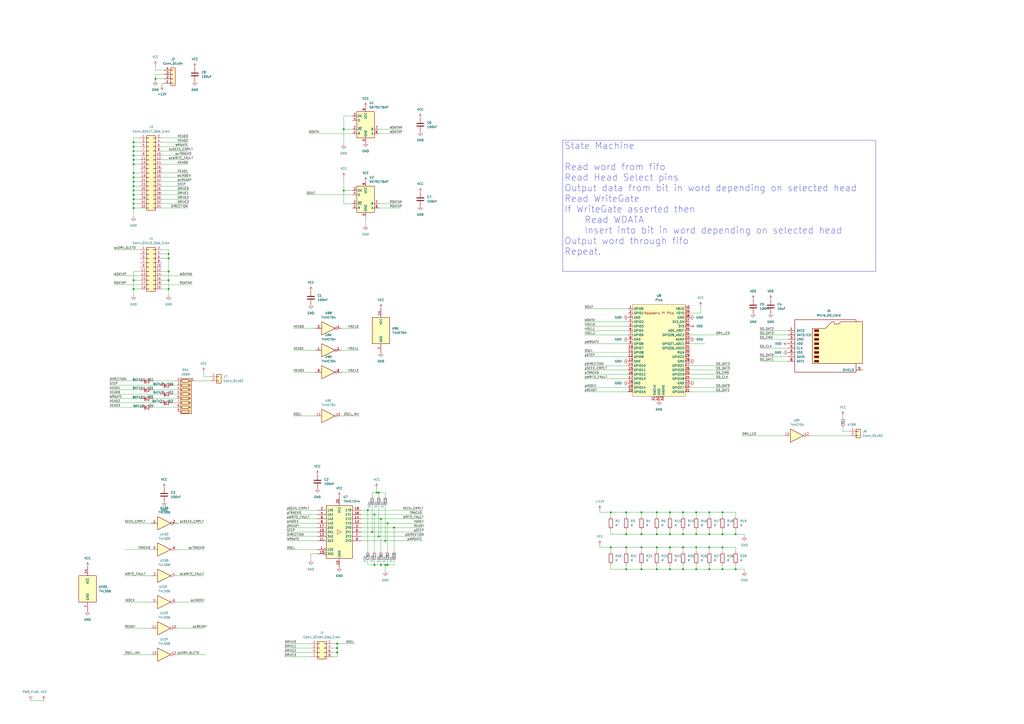
<source format=kicad_sch>
(kicad_sch (version 20250114) (generator "eeschema") (generator_version "9.0")
  (paper "A2")
  (text_box "State Machine\n\nRead word from fifo\nRead Head Select pins\nOutput data from bit in word depending on selected head\nRead WriteGate\nIf WriteGate asserted then\n    Read WDATA\n    Insert into bit in word depending on selected head\nOutput word through fifo\nRepeat." (at 326.39 81.28 0) (size 181.61 76.2) (margins 0.9525 0.9525 0.9525 0.9525) (effects (font (size 3.81 3.81)) (justify left top)))
  (junction (at 363.22 309.88))
  (junction (at 215.9 308.61))
  (junction (at 411.48 309.88))
  (junction (at 411.48 297.18))
  (junction (at 97.79 162.56))
  (junction (at 354.33 297.18))
  (junction (at 77.47 162.56))
  (junction (at 213.36 295.91))
  (junction (at 77.47 87.63))
  (junction (at 195.58 373.38))
  (junction (at 388.62 317.5))
  (junction (at 77.47 85.09))
  (junction (at 77.47 110.49))
  (junction (at 77.47 120.65))
  (junction (at 381 309.88))
  (junction (at 396.24 309.88))
  (junction (at 403.86 317.5))
  (junction (at 219.71 285.75))
  (junction (at 228.6 306.07))
  (junction (at 419.1 330.2))
  (junction (at 224.79 303.53))
  (junction (at 388.62 309.88))
  (junction (at 396.24 317.5))
  (junction (at 97.79 149.86))
  (junction (at 77.47 105.41))
  (junction (at 381 297.18))
  (junction (at 220.98 327.66))
  (junction (at 426.72 309.88))
  (junction (at 419.1 309.88))
  (junction (at 354.33 317.5))
  (junction (at 403.86 330.2))
  (junction (at 77.47 95.25))
  (junction (at 419.1 317.5))
  (junction (at 195.58 378.46))
  (junction (at 223.52 327.66))
  (junction (at 220.98 300.99))
  (junction (at 77.47 167.64))
  (junction (at 77.47 113.03))
  (junction (at 426.72 330.2))
  (junction (at 363.22 317.5))
  (junction (at 77.47 118.11))
  (junction (at 97.79 157.48))
  (junction (at 97.79 167.64))
  (junction (at 381 317.5))
  (junction (at 411.48 317.5))
  (junction (at 217.17 298.45))
  (junction (at 396.24 297.18))
  (junction (at 396.24 330.2))
  (junction (at 199.39 74.93))
  (junction (at 388.62 297.18))
  (junction (at 77.47 107.95))
  (junction (at 223.52 313.69))
  (junction (at 77.47 92.71))
  (junction (at 372.11 317.5))
  (junction (at 372.11 297.18))
  (junction (at 90.17 45.72))
  (junction (at 219.71 311.15))
  (junction (at 403.86 297.18))
  (junction (at 97.79 147.32))
  (junction (at 199.39 110.49))
  (junction (at 403.86 309.88))
  (junction (at 388.62 330.2))
  (junction (at 419.1 297.18))
  (junction (at 363.22 297.18))
  (junction (at 372.11 330.2))
  (junction (at 77.47 82.55))
  (junction (at 411.48 330.2))
  (junction (at 77.47 90.17))
  (junction (at 363.22 330.2))
  (junction (at 217.17 327.66))
  (junction (at 77.47 115.57))
  (junction (at 77.47 102.87))
  (junction (at 224.79 327.66))
  (junction (at 77.47 100.33))
  (junction (at 381 330.2))
  (junction (at 195.58 375.92))
  (junction (at 218.44 285.75))
  (junction (at 372.11 309.88))
  (wire (pts (xy 63.5 220.98) (xy 81.28 220.98)))
  (wire (pts (xy 440.69 207.01) (xy 457.2 207.01)))
  (wire (pts (xy 77.47 110.49) (xy 81.28 110.49)))
  (wire (pts (xy 166.37 295.91) (xy 184.15 295.91)))
  (wire (pts (xy 77.47 115.57) (xy 81.28 115.57)))
  (wire (pts (xy 363.22 297.18) (xy 372.11 297.18)))
  (wire (pts (xy 90.17 45.72) (xy 90.17 46.99)))
  (wire (pts (xy 363.22 327.66) (xy 363.22 330.2)))
  (wire (pts (xy 223.52 327.66) (xy 223.52 331.47)))
  (wire (pts (xy 63.5 236.22) (xy 81.28 236.22)))
  (wire (pts (xy 95.25 40.64) (xy 90.17 40.64)))
  (wire (pts (xy 198.12 215.9) (xy 208.28 215.9)))
  (wire (pts (xy 228.6 306.07) (xy 245.11 306.07)))
  (wire (pts (xy 209.55 308.61) (xy 215.9 308.61)))
  (wire (pts (xy 217.17 298.45) (xy 245.11 298.45)))
  (wire (pts (xy 72.39 303.53) (xy 87.63 303.53)))
  (wire (pts (xy 354.33 327.66) (xy 354.33 330.2)))
  (wire (pts (xy 219.71 74.93) (xy 232.41 74.93)))
  (wire (pts (xy 118.11 218.44) (xy 118.11 215.9)))
  (wire (pts (xy 396.24 309.88) (xy 403.86 309.88)))
  (wire (pts (xy 93.98 82.55) (xy 109.22 82.55)))
  (wire (pts (xy 93.98 167.64) (xy 97.79 167.64)))
  (wire (pts (xy 219.71 118.11) (xy 232.41 118.11)))
  (wire (pts (xy 431.8 309.88) (xy 431.8 311.15)))
  (wire (pts (xy 77.47 90.17) (xy 81.28 90.17)))
  (wire (pts (xy 488.95 241.3) (xy 488.95 242.57)))
  (wire (pts (xy 63.5 233.68) (xy 92.71 233.68)))
  (wire (pts (xy 198.12 241.3) (xy 208.28 241.3)))
  (wire (pts (xy 411.48 297.18) (xy 419.1 297.18)))
  (wire (pts (xy 363.22 330.2) (xy 372.11 330.2)))
  (wire (pts (xy 339.09 214.63) (xy 364.49 214.63)))
  (wire (pts (xy 77.47 118.11) (xy 81.28 118.11)))
  (wire (pts (xy 400.05 199.39) (xy 408.94 199.39)))
  (wire (pts (xy 166.37 298.45) (xy 184.15 298.45)))
  (wire (pts (xy 209.55 313.69) (xy 223.52 313.69)))
  (wire (pts (xy 388.62 317.5) (xy 388.62 320.04)))
  (wire (pts (xy 77.47 167.64) (xy 77.47 171.45)))
  (wire (pts (xy 440.69 196.85) (xy 457.2 196.85)))
  (wire (pts (xy 209.55 306.07) (xy 228.6 306.07)))
  (wire (pts (xy 93.98 107.95) (xy 109.22 107.95)))
  (wire (pts (xy 166.37 306.07) (xy 184.15 306.07)))
  (wire (pts (xy 396.24 330.2) (xy 403.86 330.2)))
  (wire (pts (xy 66.04 160.02) (xy 81.28 160.02)))
  (wire (pts (xy 165.1 375.92) (xy 180.34 375.92)))
  (wire (pts (xy 90.17 43.18) (xy 90.17 45.72)))
  (wire (pts (xy 372.11 327.66) (xy 372.11 330.2)))
  (wire (pts (xy 102.87 303.53) (xy 118.11 303.53)))
  (wire (pts (xy 213.36 325.12) (xy 213.36 327.66)))
  (wire (pts (xy 223.52 327.66) (xy 224.79 327.66)))
  (wire (pts (xy 339.09 191.77) (xy 364.49 191.77)))
  (wire (pts (xy 419.1 309.88) (xy 426.72 309.88)))
  (wire (pts (xy 403.86 297.18) (xy 411.48 297.18)))
  (wire (pts (xy 403.86 317.5) (xy 403.86 320.04)))
  (wire (pts (xy 93.98 92.71) (xy 109.22 92.71)))
  (wire (pts (xy 209.55 303.53) (xy 224.79 303.53)))
  (wire (pts (xy 63.5 223.52) (xy 92.71 223.52)))
  (wire (pts (xy 217.17 298.45) (xy 217.17 320.04)))
  (wire (pts (xy 72.39 349.25) (xy 87.63 349.25)))
  (wire (pts (xy 77.47 118.11) (xy 77.47 120.65)))
  (wire (pts (xy 199.39 67.31) (xy 199.39 74.93)))
  (wire (pts (xy 430.53 252.73) (xy 454.66 252.73)))
  (wire (pts (xy 166.37 311.15) (xy 184.15 311.15)))
  (wire (pts (xy 77.47 102.87) (xy 77.47 105.41)))
  (wire (pts (xy 113.03 220.98) (xy 121.92 220.98)))
  (wire (pts (xy 419.1 317.5) (xy 426.72 317.5)))
  (wire (pts (xy 71.12 379.73) (xy 87.63 379.73)))
  (wire (pts (xy 77.47 82.55) (xy 77.47 85.09)))
  (wire (pts (xy 223.52 285.75) (xy 223.52 288.29)))
  (wire (pts (xy 77.47 167.64) (xy 81.28 167.64)))
  (wire (pts (xy 195.58 381) (xy 195.58 378.46)))
  (wire (pts (xy 100.33 223.52) (xy 102.87 223.52)))
  (wire (pts (xy 403.86 327.66) (xy 403.86 330.2)))
  (wire (pts (xy 440.69 194.31) (xy 457.2 194.31)))
  (wire (pts (xy 170.18 241.3) (xy 182.88 241.3)))
  (wire (pts (xy 97.79 144.78) (xy 97.79 147.32)))
  (wire (pts (xy 363.22 309.88) (xy 372.11 309.88)))
  (wire (pts (xy 17.78 406.4) (xy 25.4 406.4)))
  (wire (pts (xy 209.55 295.91) (xy 213.36 295.91)))
  (wire (pts (xy 396.24 297.18) (xy 396.24 299.72)))
  (wire (pts (xy 354.33 297.18) (xy 363.22 297.18)))
  (wire (pts (xy 219.71 285.75) (xy 219.71 288.29)))
  (wire (pts (xy 411.48 320.04) (xy 411.48 317.5)))
  (wire (pts (xy 228.6 306.07) (xy 228.6 320.04)))
  (wire (pts (xy 215.9 308.61) (xy 245.11 308.61)))
  (wire (pts (xy 406.4 181.61) (xy 406.4 177.8)))
  (wire (pts (xy 372.11 309.88) (xy 381 309.88)))
  (wire (pts (xy 347.98 316.23) (xy 347.98 317.5)))
  (wire (pts (xy 193.04 381) (xy 195.58 381)))
  (wire (pts (xy 209.55 298.45) (xy 217.17 298.45)))
  (wire (pts (xy 77.47 120.65) (xy 77.47 125.73)))
  (wire (pts (xy 166.37 303.53) (xy 184.15 303.53)))
  (wire (pts (xy 77.47 157.48) (xy 77.47 162.56)))
  (wire (pts (xy 400.05 219.71) (xy 422.91 219.71)))
  (wire (pts (xy 199.39 102.87) (xy 199.39 110.49)))
  (wire (pts (xy 411.48 307.34) (xy 411.48 309.88)))
  (wire (pts (xy 224.79 327.66) (xy 228.6 327.66)))
  (wire (pts (xy 411.48 299.72) (xy 411.48 297.18)))
  (wire (pts (xy 93.98 165.1) (xy 111.76 165.1)))
  (wire (pts (xy 195.58 373.38) (xy 193.04 373.38)))
  (wire (pts (xy 218.44 285.75) (xy 219.71 285.75)))
  (wire (pts (xy 339.09 219.71) (xy 364.49 219.71)))
  (wire (pts (xy 411.48 317.5) (xy 419.1 317.5)))
  (wire (pts (xy 77.47 85.09) (xy 81.28 85.09)))
  (wire (pts (xy 63.5 231.14) (xy 81.28 231.14)))
  (wire (pts (xy 219.71 285.75) (xy 223.52 285.75)))
  (wire (pts (xy 431.8 330.2) (xy 431.8 331.47)))
  (wire (pts (xy 400.05 227.33) (xy 422.91 227.33)))
  (wire (pts (xy 77.47 90.17) (xy 77.47 92.71)))
  (wire (pts (xy 339.09 179.07) (xy 364.49 179.07)))
  (wire (pts (xy 213.36 295.91) (xy 245.11 295.91)))
  (wire (pts (xy 179.07 77.47) (xy 204.47 77.47)))
  (wire (pts (xy 217.17 325.12) (xy 217.17 327.66)))
  (wire (pts (xy 354.33 317.5) (xy 363.22 317.5)))
  (wire (pts (xy 419.1 330.2) (xy 426.72 330.2)))
  (wire (pts (xy 88.9 226.06) (xy 102.87 226.06)))
  (wire (pts (xy 199.39 110.49) (xy 204.47 110.49)))
  (wire (pts (xy 102.87 349.25) (xy 118.11 349.25)))
  (wire (pts (xy 218.44 283.21) (xy 218.44 285.75)))
  (wire (pts (xy 381 297.18) (xy 381 299.72)))
  (wire (pts (xy 339.09 189.23) (xy 364.49 189.23)))
  (wire (pts (xy 220.98 327.66) (xy 223.52 327.66)))
  (wire (pts (xy 339.09 212.09) (xy 364.49 212.09)))
  (wire (pts (xy 363.22 307.34) (xy 363.22 309.88)))
  (wire (pts (xy 426.72 299.72) (xy 426.72 297.18)))
  (wire (pts (xy 220.98 300.99) (xy 220.98 320.04)))
  (wire (pts (xy 339.09 224.79) (xy 364.49 224.79)))
  (wire (pts (xy 165.1 373.38) (xy 180.34 373.38)))
  (wire (pts (xy 93.98 87.63) (xy 109.22 87.63)))
  (wire (pts (xy 165.1 378.46) (xy 180.34 378.46)))
  (wire (pts (xy 102.87 318.77) (xy 118.11 318.77)))
  (wire (pts (xy 400.05 181.61) (xy 406.4 181.61)))
  (wire (pts (xy 93.98 120.65) (xy 109.22 120.65)))
  (wire (pts (xy 77.47 87.63) (xy 77.47 90.17)))
  (wire (pts (xy 100.33 233.68) (xy 102.87 233.68)))
  (wire (pts (xy 400.05 212.09) (xy 422.91 212.09)))
  (wire (pts (xy 66.04 165.1) (xy 81.28 165.1)))
  (wire (pts (xy 396.24 317.5) (xy 403.86 317.5)))
  (wire (pts (xy 180.34 321.31) (xy 180.34 325.12)))
  (wire (pts (xy 97.79 157.48) (xy 97.79 162.56)))
  (wire (pts (xy 77.47 162.56) (xy 77.47 167.64)))
  (wire (pts (xy 388.62 309.88) (xy 396.24 309.88)))
  (wire (pts (xy 426.72 320.04) (xy 426.72 317.5)))
  (wire (pts (xy 95.25 48.26) (xy 93.98 48.26)))
  (wire (pts (xy 198.12 203.2) (xy 208.28 203.2)))
  (wire (pts (xy 403.86 307.34) (xy 403.86 309.88)))
  (wire (pts (xy 372.11 307.34) (xy 372.11 309.88)))
  (wire (pts (xy 419.1 317.5) (xy 419.1 320.04)))
  (wire (pts (xy 347.98 317.5) (xy 354.33 317.5)))
  (wire (pts (xy 339.09 207.01) (xy 364.49 207.01)))
  (wire (pts (xy 396.24 317.5) (xy 396.24 320.04)))
  (wire (pts (xy 488.95 247.65) (xy 488.95 250.19)))
  (wire (pts (xy 93.98 85.09) (xy 109.22 85.09)))
  (wire (pts (xy 419.1 307.34) (xy 419.1 309.88)))
  (wire (pts (xy 388.62 317.5) (xy 396.24 317.5)))
  (wire (pts (xy 419.1 297.18) (xy 426.72 297.18)))
  (wire (pts (xy 63.5 228.6) (xy 92.71 228.6)))
  (wire (pts (xy 400.05 214.63) (xy 422.91 214.63)))
  (wire (pts (xy 339.09 217.17) (xy 364.49 217.17)))
  (wire (pts (xy 93.98 102.87) (xy 109.22 102.87)))
  (wire (pts (xy 193.04 375.92) (xy 195.58 375.92)))
  (wire (pts (xy 426.72 330.2) (xy 431.8 330.2)))
  (wire (pts (xy 63.5 226.06) (xy 81.28 226.06)))
  (wire (pts (xy 77.47 92.71) (xy 77.47 95.25)))
  (wire (pts (xy 184.15 321.31) (xy 180.34 321.31)))
  (wire (pts (xy 339.09 227.33) (xy 364.49 227.33)))
  (wire (pts (xy 396.24 307.34) (xy 396.24 309.88)))
  (wire (pts (xy 170.18 203.2) (xy 182.88 203.2)))
  (wire (pts (xy 93.98 157.48) (xy 97.79 157.48)))
  (wire (pts (xy 77.47 80.01) (xy 77.47 82.55)))
  (wire (pts (xy 223.52 293.37) (xy 223.52 313.69)))
  (wire (pts (xy 381 309.88) (xy 388.62 309.88)))
  (wire (pts (xy 469.9 252.73) (xy 492.76 252.73)))
  (wire (pts (xy 165.1 381) (xy 180.34 381)))
  (wire (pts (xy 388.62 327.66) (xy 388.62 330.2)))
  (wire (pts (xy 219.71 311.15) (xy 245.11 311.15)))
  (wire (pts (xy 215.9 288.29) (xy 215.9 285.75)))
  (wire (pts (xy 403.86 317.5) (xy 411.48 317.5)))
  (wire (pts (xy 354.33 297.18) (xy 354.33 299.72)))
  (wire (pts (xy 400.05 217.17) (xy 422.91 217.17)))
  (wire (pts (xy 403.86 330.2) (xy 411.48 330.2)))
  (wire (pts (xy 97.79 147.32) (xy 97.79 149.86)))
  (wire (pts (xy 363.22 317.5) (xy 363.22 320.04)))
  (wire (pts (xy 77.47 95.25) (xy 81.28 95.25)))
  (wire (pts (xy 93.98 149.86) (xy 97.79 149.86)))
  (wire (pts (xy 488.95 250.19) (xy 492.76 250.19)))
  (wire (pts (xy 228.6 327.66) (xy 228.6 325.12)))
  (wire (pts (xy 388.62 307.34) (xy 388.62 309.88)))
  (wire (pts (xy 199.39 74.93) (xy 204.47 74.93)))
  (wire (pts (xy 209.55 311.15) (xy 219.71 311.15)))
  (wire (pts (xy 403.86 297.18) (xy 403.86 299.72)))
  (wire (pts (xy 372.11 297.18) (xy 372.11 299.72)))
  (wire (pts (xy 77.47 102.87) (xy 81.28 102.87)))
  (wire (pts (xy 195.58 375.92) (xy 195.58 373.38)))
  (wire (pts (xy 381 330.2) (xy 388.62 330.2)))
  (wire (pts (xy 90.17 38.1) (xy 90.17 40.64)))
  (wire (pts (xy 426.72 309.88) (xy 431.8 309.88)))
  (wire (pts (xy 93.98 115.57) (xy 109.22 115.57)))
  (wire (pts (xy 363.22 317.5) (xy 372.11 317.5)))
  (wire (pts (xy 440.69 201.93) (xy 457.2 201.93)))
  (wire (pts (xy 177.8 113.03) (xy 204.47 113.03)))
  (wire (pts (xy 93.98 80.01) (xy 109.22 80.01)))
  (wire (pts (xy 97.79 167.64) (xy 97.79 171.45)))
  (wire (pts (xy 121.92 218.44) (xy 118.11 218.44)))
  (wire (pts (xy 93.98 48.26) (xy 93.98 49.53)))
  (wire (pts (xy 166.37 308.61) (xy 184.15 308.61)))
  (wire (pts (xy 411.48 330.2) (xy 419.1 330.2)))
  (wire (pts (xy 363.22 297.18) (xy 363.22 299.72)))
  (wire (pts (xy 381 327.66) (xy 381 330.2)))
  (wire (pts (xy 72.39 364.49) (xy 87.63 364.49)))
  (wire (pts (xy 388.62 330.2) (xy 396.24 330.2)))
  (wire (pts (xy 77.47 85.09) (xy 77.47 87.63)))
  (wire (pts (xy 411.48 327.66) (xy 411.48 330.2)))
  (wire (pts (xy 372.11 317.5) (xy 372.11 320.04)))
  (wire (pts (xy 219.71 120.65) (xy 232.41 120.65)))
  (wire (pts (xy 97.79 149.86) (xy 97.79 157.48)))
  (wire (pts (xy 372.11 317.5) (xy 381 317.5)))
  (wire (pts (xy 102.87 334.01) (xy 118.11 334.01)))
  (wire (pts (xy 339.09 199.39) (xy 364.49 199.39)))
  (wire (pts (xy 411.48 309.88) (xy 419.1 309.88)))
  (wire (pts (xy 400.05 224.79) (xy 422.91 224.79)))
  (wire (pts (xy 81.28 87.63) (xy 77.47 87.63)))
  (wire (pts (xy 396.24 327.66) (xy 396.24 330.2)))
  (wire (pts (xy 81.28 157.48) (xy 77.47 157.48)))
  (wire (pts (xy 347.98 295.91) (xy 347.98 297.18)))
  (wire (pts (xy 381 317.5) (xy 388.62 317.5)))
  (wire (pts (xy 77.47 105.41) (xy 77.47 107.95)))
  (wire (pts (xy 215.9 285.75) (xy 218.44 285.75)))
  (wire (pts (xy 419.1 297.18) (xy 419.1 299.72)))
  (wire (pts (xy 88.9 220.98) (xy 102.87 220.98)))
  (wire (pts (xy 77.47 105.41) (xy 81.28 105.41)))
  (wire (pts (xy 339.09 186.69) (xy 364.49 186.69)))
  (wire (pts (xy 426.72 327.66) (xy 426.72 330.2)))
  (wire (pts (xy 77.47 162.56) (xy 81.28 162.56)))
  (wire (pts (xy 93.98 113.03) (xy 109.22 113.03)))
  (wire (pts (xy 213.36 295.91) (xy 213.36 320.04)))
  (wire (pts (xy 224.79 325.12) (xy 224.79 327.66)))
  (wire (pts (xy 95.25 43.18) (xy 90.17 43.18)))
  (wire (pts (xy 339.09 194.31) (xy 364.49 194.31)))
  (wire (pts (xy 339.09 204.47) (xy 364.49 204.47)))
  (wire (pts (xy 66.04 144.78) (xy 81.28 144.78)))
  (wire (pts (xy 224.79 303.53) (xy 224.79 320.04)))
  (wire (pts (xy 93.98 147.32) (xy 97.79 147.32)))
  (wire (pts (xy 224.79 303.53) (xy 245.11 303.53)))
  (wire (pts (xy 204.47 118.11) (xy 199.39 118.11)))
  (wire (pts (xy 72.39 334.01) (xy 87.63 334.01)))
  (wire (pts (xy 72.39 318.77) (xy 87.63 318.77)))
  (wire (pts (xy 195.58 378.46) (xy 195.58 375.92)))
  (wire (pts (xy 93.98 162.56) (xy 97.79 162.56)))
  (wire (pts (xy 170.18 190.5) (xy 182.88 190.5)))
  (wire (pts (xy 88.9 236.22) (xy 102.87 236.22)))
  (wire (pts (xy 199.39 74.93) (xy 199.39 83.82)))
  (wire (pts (xy 77.47 92.71) (xy 81.28 92.71)))
  (wire (pts (xy 354.33 307.34) (xy 354.33 309.88)))
  (wire (pts (xy 77.47 100.33) (xy 81.28 100.33)))
  (wire (pts (xy 209.55 300.99) (xy 220.98 300.99)))
  (wire (pts (xy 396.24 297.18) (xy 403.86 297.18)))
  (wire (pts (xy 77.47 100.33) (xy 77.47 102.87)))
  (wire (pts (xy 372.11 330.2) (xy 381 330.2)))
  (wire (pts (xy 166.37 300.99) (xy 184.15 300.99)))
  (wire (pts (xy 195.58 373.38) (xy 205.74 373.38)))
  (wire (pts (xy 388.62 297.18) (xy 396.24 297.18)))
  (wire (pts (xy 93.98 110.49) (xy 109.22 110.49)))
  (wire (pts (xy 93.98 118.11) (xy 109.22 118.11)))
  (wire (pts (xy 440.69 209.55) (xy 457.2 209.55)))
  (wire (pts (xy 77.47 95.25) (xy 77.47 100.33)))
  (wire (pts (xy 93.98 90.17) (xy 109.22 90.17)))
  (wire (pts (xy 219.71 293.37) (xy 219.71 311.15)))
  (wire (pts (xy 403.86 309.88) (xy 411.48 309.88)))
  (wire (pts (xy 212.09 130.81) (xy 212.09 125.73)))
  (wire (pts (xy 204.47 67.31) (xy 199.39 67.31)))
  (wire (pts (xy 97.79 162.56) (xy 97.79 167.64)))
  (wire (pts (xy 220.98 300.99) (xy 245.11 300.99)))
  (wire (pts (xy 102.87 364.49) (xy 118.11 364.49)))
  (wire (pts (xy 198.12 190.5) (xy 208.28 190.5)))
  (wire (pts (xy 77.47 115.57) (xy 77.47 118.11)))
  (wire (pts (xy 77.47 107.95) (xy 77.47 110.49)))
  (wire (pts (xy 77.47 113.03) (xy 77.47 115.57)))
  (wire (pts (xy 100.33 228.6) (xy 102.87 228.6)))
  (wire (pts (xy 166.37 313.69) (xy 184.15 313.69)))
  (wire (pts (xy 93.98 105.41) (xy 109.22 105.41)))
  (wire (pts (xy 388.62 297.18) (xy 388.62 299.72)))
  (wire (pts (xy 381 307.34) (xy 381 309.88)))
  (wire (pts (xy 354.33 317.5) (xy 354.33 320.04)))
  (wire (pts (xy 170.18 215.9) (xy 182.88 215.9)))
  (wire (pts (xy 426.72 307.34) (xy 426.72 309.88)))
  (wire (pts (xy 372.11 297.18) (xy 381 297.18)))
  (wire (pts (xy 223.52 313.69) (xy 245.11 313.69)))
  (wire (pts (xy 93.98 144.78) (xy 97.79 144.78)))
  (wire (pts (xy 217.17 327.66) (xy 220.98 327.66)))
  (wire (pts (xy 102.87 379.73) (xy 119.38 379.73)))
  (wire (pts (xy 347.98 297.18) (xy 354.33 297.18)))
  (wire (pts (xy 77.47 110.49) (xy 77.47 113.03)))
  (wire (pts (xy 381 297.18) (xy 388.62 297.18)))
  (wire (pts (xy 93.98 100.33) (xy 109.22 100.33)))
  (wire (pts (xy 213.36 327.66) (xy 217.17 327.66)))
  (wire (pts (xy 88.9 231.14) (xy 102.87 231.14)))
  (wire (pts (xy 81.28 80.01) (xy 77.47 80.01)))
  (wire (pts (xy 166.37 318.77) (xy 184.15 318.77)))
  (wire (pts (xy 400.05 194.31) (xy 422.91 194.31)))
  (wire (pts (xy 90.17 45.72) (xy 95.25 45.72)))
  (wire (pts (xy 193.04 378.46) (xy 195.58 378.46)))
  (wire (pts (xy 419.1 327.66) (xy 419.1 330.2)))
  (wire (pts (xy 354.33 309.88) (xy 363.22 309.88)))
  (wire (pts (xy 381 317.5) (xy 381 320.04)))
  (wire (pts (xy 93.98 95.25) (xy 109.22 95.25)))
  (wire (pts (xy 93.98 160.02) (xy 111.76 160.02)))
  (wire (pts (xy 77.47 120.65) (xy 81.28 120.65)))
  (wire (pts (xy 220.98 325.12) (xy 220.98 327.66)))
  (wire (pts (xy 199.39 110.49) (xy 199.39 118.11)))
  (wire (pts (xy 219.71 77.47) (xy 232.41 77.47)))
  (wire (pts (xy 77.47 82.55) (xy 81.28 82.55)))
  (wire (pts (xy 77.47 113.03) (xy 81.28 113.03)))
  (wire (pts (xy 77.47 107.95) (xy 81.28 107.95)))
  (wire (pts (xy 440.69 191.77) (xy 457.2 191.77)))
  (wire (pts (xy 354.33 330.2) (xy 363.22 330.2)))
  (wire (pts (xy 215.9 293.37) (xy 215.9 308.61)))
  (label "DIRECTION" (at 99.06 120.65 0))
  (label "INDEX" (at 240.03 303.53 0))
  (label "INDEX" (at 72.39 349.25 0))
  (label "SD_CMD" (at 440.69 196.85 0))
  (label "DSEL" (at 200.66 373.38 0))
  (label "SEEK_CMPLT" (at 72.39 303.53 0))
  (label "RDATAP" (at 226.06 120.65 0))
  (label "WDATAN" (at 226.06 74.93 0))
  (label "HEAD1" (at 170.18 203.2 0))
  (label "HEAD1" (at 102.87 100.33 0))
  (label "TRACK0" (at 237.49 298.45 0))
  (label "READY" (at 240.03 306.07 0))
  (label "ocWRITE_FAULT" (at 97.79 92.71 0))
  (label "ocTRACK0" (at 109.22 318.77 0))
  (label "DIRECTION" (at 166.37 311.15 0))
  (label "HEAD0" (at 170.18 190.5 0))
  (label "SD_CLK" (at 440.69 201.93 0))
  (label "pREADY" (at 166.37 306.07 0))
  (label "HEAD0" (at 63.5 228.6 0))
  (label "ocDRV_SLCTD" (at 66.04 144.78 0))
  (label "ocDRV_SLCTD" (at 102.87 379.73 0))
  (label "RDATAN" (at 104.14 165.1 0))
  (label "pREADY" (at 339.09 227.33 0))
  (label "pINDEX" (at 166.37 303.53 0))
  (label "DSEL" (at 170.18 241.3 0))
  (label "HEAD2" (at 102.87 82.55 0))
  (label "WDATAN" (at 104.14 160.02 0))
  (label "pWRITE_FAULT" (at 339.09 219.71 0))
  (label "pSTEP" (at 240.03 308.61 0))
  (label "STEP" (at 102.87 107.95 0))
  (label "SD_CMD" (at 415.29 217.17 0))
  (label "WRGATE" (at 63.5 231.14 0))
  (label "pWRGATE" (at 236.22 313.69 0))
  (label "SD_DAT1" (at 440.69 209.55 0))
  (label "pSTEP" (at 339.09 207.01 0))
  (label "WRGATE" (at 166.37 313.69 0))
  (label "SD_CLK" (at 415.29 219.71 0))
  (label "pDIRECTION" (at 339.09 212.09 0))
  (label "HSEL1" (at 339.09 191.77 0))
  (label "WDATAP" (at 66.04 160.02 0))
  (label "TRACK0" (at 80.01 318.77 0))
  (label "HSEL0" (at 339.09 189.23 0))
  (label "DSEL" (at 166.37 318.77 0))
  (label "pWRITE_FAULT" (at 166.37 300.99 0))
  (label "HEAD0" (at 102.87 95.25 0))
  (label "DRIVE2" (at 165.1 378.46 0))
  (label "ocSEEK_CMPLT" (at 104.14 303.53 0))
  (label "STEP" (at 63.5 223.52 0))
  (label "DRIVE1" (at 165.1 375.92 0))
  (label "pINDEX" (at 339.09 224.79 0))
  (label "DIRECTION" (at 63.5 220.98 0))
  (label "SD_DAT0" (at 415.29 224.79 0))
  (label "SD_DAT2" (at 440.69 191.77 0))
  (label "pTRACK0" (at 339.09 217.17 0))
  (label "ocTRACK0" (at 101.6 90.17 0))
  (label "DRV_LED" (at 430.53 252.73 0))
  (label "SD_DAT1" (at 415.29 227.33 0))
  (label "HEAD2" (at 63.5 233.68 0))
  (label "pDIRECTION" (at 234.95 311.15 0))
  (label "ocREADY" (at 111.76 364.49 0))
  (label "WDATAP" (at 226.06 77.47 0))
  (label "DRIVE0" (at 102.87 110.49 0))
  (label "ocREADY" (at 102.87 105.41 0))
  (label "DRV_LED" (at 415.29 194.31 0))
  (label "pSEEK_CMPLT" (at 339.09 214.63 0))
  (label "DRIVE0" (at 165.1 373.38 0))
  (label "HSEL0" (at 201.93 190.5 0))
  (label "SD_DAT3" (at 440.69 194.31 0))
  (label "HEAD2" (at 170.18 215.9 0))
  (label "WRITE_FAULT" (at 233.68 300.99 0))
  (label "STEP" (at 166.37 308.61 0))
  (label "HSEL2" (at 201.93 215.9 0))
  (label "SD_DAT0" (at 440.69 207.01 0))
  (label "ocSEEK_CMPLT" (at 97.79 87.63 0))
  (label "READY" (at 72.39 364.49 0))
  (label "DSEL_INV" (at 199.39 241.3 0))
  (label "RDATAP" (at 66.04 165.1 0))
  (label "HEAD1" (at 63.5 226.06 0))
  (label "DRIVE3" (at 102.87 118.11 0))
  (label "SD_DAT3" (at 415.29 214.63 0))
  (label "ocWRITE_FAULT" (at 104.14 334.01 0))
  (label "RDATAN" (at 226.06 118.11 0))
  (label "DOUT" (at 339.09 179.07 0))
  (label "HSEL1" (at 201.93 203.2 0))
  (label "HEAD3" (at 63.5 236.22 0))
  (label "WDATA" (at 179.07 77.47 0))
  (label "DSEL_INV" (at 72.39 379.73 0))
  (label "WDATA" (at 339.09 186.69 0))
  (label "HSEL2" (at 339.09 194.31 0))
  (label "WRITE_FAULT" (at 72.39 334.01 0))
  (label "DRIVE3" (at 165.1 381 0))
  (label "SEEK_CMPLT" (at 233.68 295.91 0))
  (label "HEAD3" (at 102.87 80.01 0))
  (label "SD_DAT2" (at 415.29 212.09 0))
  (label "DSEL" (at 339.09 204.47 0))
  (label "DRIVE1" (at 102.87 113.03 0))
  (label "pWRGATE" (at 339.09 199.39 0))
  (label "ocINDEX" (at 102.87 102.87 0))
  (label "DRIVE2" (at 102.87 115.57 0))
  (label "pSEEK_CMPLT" (at 166.37 295.91 0))
  (label "ocINDEX" (at 110.49 349.25 0))
  (label "DOUT" (at 177.8 113.03 0))
  (label "pTRACK0" (at 166.37 298.45 0))
  (label "WRGATE" (at 101.6 85.09 0))
  (symbol (lib_id "power:VCC") (at 113.03 39.37 0) (unit 1)
    (property "Reference" "#PWR066" (effects (hide yes)))
    (property "Value" "VCC" (at 113.03 34.29 0))
    (property "Description" "Power symbol creates a global label with name \"VCC\"" (effects (hide yes)))
  )
  (symbol (lib_id "power:GND") (at 400.05 222.25 90) (unit 1)
    (property "Reference" "#PWR014" (effects (hide yes)))
    (property "Value" "GND" (effects (hide yes)))
    (property "Description" "Power symbol creates a global label with name \"GND\" , ground" (effects (hide yes)))
  )
  (symbol (lib_id "Device:D_Schottky") (at 85.09 220.98 0) (unit 1)
    (property "Reference" "D7" (at 87.63 220.218 0))
    (property "Value" "BAT43" (at 79.756 220.218 0))
    (property "Footprint" "Diode_THT:D_DO-34_SOD68_P7.62mm_Horizontal" (effects (hide yes)))
    (property "Description" "Schottky diode" (effects (hide yes)))
  )
  (symbol (lib_id "Device:R") (at 411.48 303.53 0) (unit 1)
    (property "Reference" "R17" (at 414.02 302.2599 0) (effects (justify left)))
    (property "Value" "R" (at 414.02 304.7999 0) (effects (justify left)))
    (property "Footprint" "Resistor_THT:R_Axial_Power_L20.0mm_W6.4mm_P25.40mm" (effects (hide yes)))
    (property "Description" "Resistor" (effects (hide yes)))
  )
  (symbol (lib_id "Device:R") (at 372.11 303.53 0) (unit 1)
    (property "Reference" "R4" (at 374.65 302.2599 0) (effects (justify left)))
    (property "Value" "R" (at 374.65 304.7999 0) (effects (justify left)))
    (property "Footprint" "Resistor_THT:R_Axial_Power_L20.0mm_W6.4mm_P25.40mm" (effects (hide yes)))
    (property "Description" "Resistor" (effects (hide yes)))
  )
  (symbol (lib_id "Device:C") (at 113.03 43.18 0) (unit 1)
    (property "Reference" "C8" (at 116.84 41.9099 0) (effects (justify left)))
    (property "Value" "100uF" (at 116.84 44.4499 0) (effects (justify left)))
    (property "Footprint" "Capacitor_THT:C_Radial_D8.0mm_H11.5mm_P3.50mm" (effects (hide yes)))
    (property "Description" "Unpolarized capacitor" (effects (hide yes)))
  )
  (symbol (lib_id "power:GND") (at 212.09 130.81 0) (unit 1)
    (property "Reference" "#PWR059" (effects (hide yes)))
    (property "Value" "GND" (at 212.09 135.89 0))
    (property "Description" "Power symbol creates a global label with name \"GND\" , ground" (effects (hide yes)))
  )
  (symbol (lib_id "Device:D_Schottky") (at 85.09 236.22 0) (unit 1)
    (property "Reference" "D4" (at 87.884 235.204 0))
    (property "Value" "BAT43" (at 80.264 235.458 0))
    (property "Footprint" "Diode_THT:D_DO-34_SOD68_P7.62mm_Horizontal" (effects (hide yes)))
    (property "Description" "Schottky diode" (effects (hide yes)))
  )
  (symbol (lib_id "74xx:74LS06") (at 95.25 364.49 0) (unit 5)
    (property "Reference" "U10" (at 95.25 355.6 0))
    (property "Value" "74LS06" (at 95.25 358.14 0))
    (property "Footprint" "Package_DIP:DIP-14_W7.62mm" (effects (hide yes)))
    (property "Datasheet" "http://www.ti.com/lit/gpn/sn74LS06" (effects (hide yes)))
    (property "Description" "Inverter Open Collect" (effects (hide yes)))
  )
  (symbol (lib_id "Device:R") (at 363.22 303.53 0) (unit 1)
    (property "Reference" "R3" (at 365.76 302.2599 0) (effects (justify left)))
    (property "Value" "R" (at 365.76 304.7999 0) (effects (justify left)))
    (property "Footprint" "Resistor_THT:R_Axial_Power_L20.0mm_W6.4mm_P25.40mm" (effects (hide yes)))
    (property "Description" "Resistor" (effects (hide yes)))
  )
  (symbol (lib_id "Device:R") (at 419.1 303.53 0) (unit 1)
    (property "Reference" "R18" (at 421.64 302.2599 0) (effects (justify left)))
    (property "Value" "R" (at 421.64 304.7999 0) (effects (justify left)))
    (property "Footprint" "Resistor_THT:R_Axial_Power_L20.0mm_W6.4mm_P25.40mm" (effects (hide yes)))
    (property "Description" "Resistor" (effects (hide yes)))
  )
  (symbol (lib_id "Device:R_Small") (at 488.95 245.11 0) (unit 1)
    (property "Reference" "R1" (at 488.95 246.126 90) (effects (font (size 1.016 1.016)) (justify left)))
    (property "Value" "470R" (at 491.49 246.3799 0) (effects (justify left)))
    (property "Footprint" "Resistor_THT:R_Axial_DIN0204_L3.6mm_D1.6mm_P7.62mm_Horizontal" (effects (hide yes)))
    (property "Description" "Resistor, small symbol" (effects (hide yes)))
  )
  (symbol (lib_id "power:GND") (at 113.03 46.99 0) (unit 1)
    (property "Reference" "#PWR022" (effects (hide yes)))
    (property "Value" "GND" (at 113.03 52.07 0))
    (property "Description" "Power symbol creates a global label with name \"GND\" , ground" (effects (hide yes)))
  )
  (symbol (lib_id "power:GND") (at 382.27 232.41 0) (unit 1)
    (property "Reference" "#PWR010" (effects (hide yes)))
    (property "Value" "GND" (at 382.27 237.49 0))
    (property "Description" "Power symbol creates a global label with name \"GND\" , ground" (effects (hide yes)))
  )
  (symbol (lib_id "Device:C") (at 436.88 177.8 0) (unit 1)
    (property "Reference" "C5" (at 440.69 176.5299 0) (effects (justify left)))
    (property "Value" "100nF" (at 440.69 179.0699 0) (effects (justify left)))
    (property "Footprint" "Capacitor_THT:C_Disc_D7.5mm_W2.5mm_P5.00mm" (effects (hide yes)))
    (property "Description" "Unpolarized capacitor" (effects (hide yes)))
  )
  (symbol (lib_id "power:VCC") (at 25.4 406.4 0) (unit 1)
    (property "Reference" "#PWR033" (effects (hide yes)))
    (property "Value" "VCC" (at 25.4 401.32 0))
    (property "Description" "Power symbol creates a global label with name \"VCC\"" (effects (hide yes)))
  )
  (symbol (lib_id "Interface_UART:SN75176AP") (at 212.09 115.57 0) (unit 1)
    (property "Reference" "U2" (at 214.2333 102.87 0) (effects (justify left)))
    (property "Value" "SN75176AP" (at 214.2333 105.41 0) (effects (justify left)))
    (property "Footprint" "Package_DIP:DIP-8_W7.62mm" (effects (hide yes)))
    (property "Datasheet" "http://www.ti.com/lit/ds/symlink/sn75176a.pdf" (effects (hide yes)))
    (property "Description" "Differential RS-422/RS-485 bus transceiver, DIP-8" (effects (hide yes)))
  )
  (symbol (lib_id "power:VCC") (at 199.39 102.87 0) (unit 1)
    (property "Reference" "#PWR055" (effects (hide yes)))
    (property "Value" "VCC" (at 199.39 97.79 0))
    (property "Description" "Power symbol creates a global label with name \"VCC\"" (effects (hide yes)))
  )
  (symbol (lib_id "power:GND") (at 97.79 171.45 0) (unit 1)
    (property "Reference" "#PWR035" (effects (hide yes)))
    (property "Value" "GND" (at 97.79 176.53 0))
    (property "Description" "Power symbol creates a global label with name \"GND\" , ground" (effects (hide yes)))
  )
  (symbol (lib_id "Device:C") (at 184.15 279.4 0) (unit 1)
    (property "Reference" "C2" (at 187.96 278.1299 0) (effects (justify left)))
    (property "Value" "100nF" (at 187.96 280.6699 0) (effects (justify left)))
    (property "Footprint" "Capacitor_THT:C_Disc_D7.5mm_W2.5mm_P5.00mm" (effects (hide yes)))
    (property "Description" "Unpolarized capacitor" (effects (hide yes)))
  )
  (symbol (lib_id "Device:R_Small") (at 219.71 290.83 0) (unit 1)
    (property "Reference" "R12" (at 219.71 292.354 90) (effects (font (size 1.016 1.016)) (justify left)))
    (property "Value" "10K" (at 217.932 294.64 90) (effects (justify left)))
    (property "Footprint" "Resistor_THT:R_Axial_DIN0204_L3.6mm_D1.6mm_P7.62mm_Horizontal" (effects (hide yes)))
    (property "Description" "Resistor, small symbol" (effects (hide yes)))
  )
  (symbol (lib_id "power:GND") (at 199.39 83.82 0) (unit 1)
    (property "Reference" "#PWR057" (effects (hide yes)))
    (property "Value" "GND" (at 199.39 88.9 0))
    (property "Description" "Power symbol creates a global label with name \"GND\" , ground" (effects (hide yes)))
  )
  (symbol (lib_id "74xx:74LS06") (at 95.25 303.53 0) (unit 1)
    (property "Reference" "U10" (at 95.25 294.64 0))
    (property "Value" "74LS06" (at 95.25 297.18 0))
    (property "Footprint" "Package_DIP:DIP-14_W7.62mm" (effects (hide yes)))
    (property "Datasheet" "http://www.ti.com/lit/gpn/sn74LS06" (effects (hide yes)))
    (property "Description" "Inverter Open Collect" (effects (hide yes)))
  )
  (symbol (lib_id "Device:R") (at 426.72 323.85 0) (unit 1)
    (property "Reference" "R29" (at 429.26 322.5799 0) (effects (justify left)))
    (property "Value" "R" (at 429.26 325.1199 0) (effects (justify left)))
    (property "Footprint" "Resistor_THT:R_Axial_Power_L20.0mm_W6.4mm_P25.40mm" (effects (hide yes)))
    (property "Description" "Resistor" (effects (hide yes)))
  )
  (symbol (lib_id "74xx:74HC04") (at 190.5 190.5 0) (unit 2)
    (property "Reference" "U9" (at 190.5 181.61 0))
    (property "Value" "74HCT04" (at 190.5 184.15 0))
    (property "Footprint" "Package_DIP:DIP-14_W7.62mm" (effects (hide yes)))
    (property "Datasheet" "https://assets.nexperia.com/documents/data-sheet/74HC_HCT04.pdf" (effects (hide yes)))
    (property "Description" "Hex Inverter" (effects (hide yes)))
  )
  (symbol (lib_id "power:GND") (at 77.47 171.45 0) (unit 1)
    (property "Reference" "#PWR036" (effects (hide yes)))
    (property "Value" "GND" (at 77.47 176.53 0))
    (property "Description" "Power symbol creates a global label with name \"GND\" , ground" (effects (hide yes)))
  )
  (symbol (lib_id "power:VDD") (at 457.2 199.39 90) (unit 1)
    (property "Reference" "#PWR01" (effects (hide yes)))
    (property "Value" "VDD" (at 453.39 199.3899 90) (effects (justify left)))
    (property "Description" "Power symbol creates a global label with name \"VDD\"" (effects (hide yes)))
  )
  (symbol (lib_id "Device:C") (at 180.34 172.72 0) (unit 1)
    (property "Reference" "C1" (at 184.15 171.4499 0) (effects (justify left)))
    (property "Value" "100nF" (at 184.15 173.9899 0) (effects (justify left)))
    (property "Footprint" "Capacitor_THT:C_Disc_D7.5mm_W2.5mm_P5.00mm" (effects (hide yes)))
    (property "Description" "Unpolarized capacitor" (effects (hide yes)))
  )
  (symbol (lib_id "power:GND") (at 243.84 119.38 0) (unit 1)
    (property "Reference" "#PWR065" (effects (hide yes)))
    (property "Value" "GND" (at 243.84 124.46 0))
    (property "Description" "Power symbol creates a global label with name \"GND\" , ground" (effects (hide yes)))
  )
  (symbol (lib_id "Connector_Generic:Conn_01x02") (at 127 218.44 0) (unit 1)
    (property "Reference" "J7" (at 129.54 218.4399 0) (effects (justify left)))
    (property "Value" "Conn_01x02" (at 129.54 220.9799 0) (effects (justify left)))
    (property "Footprint" "Connector_PinHeader_2.54mm:PinHeader_1x02_P2.54mm_Vertical" (effects (hide yes)))
    (property "Description" "Generic connector, single row, 01x02, script generated (kicad-library-utils/schlib/autogen/connector/)" (effects (hide yes)))
  )
  (symbol (lib_id "power:VDD") (at 400.05 189.23 270) (unit 1)
    (property "Reference" "#PWR02" (effects (hide yes)))
    (property "Value" "VDD" (at 403.86 189.2299 90) (effects (justify left)))
    (property "Description" "Power symbol creates a global label with name \"VDD\"" (effects (hide yes)))
  )
  (symbol (lib_id "power:VCC") (at 220.98 179.07 0) (unit 1)
    (property "Reference" "#PWR041" (effects (hide yes)))
    (property "Value" "VCC" (at 220.98 173.99 0))
    (property "Description" "Power symbol creates a global label with name \"VCC\"" (effects (hide yes)))
  )
  (symbol (lib_id "Device:D_Schottky") (at 96.52 233.68 0) (unit 1)
    (property "Reference" "D3" (at 99.06 232.664 0))
    (property "Value" "BAT43" (at 91.186 232.664 0))
    (property "Footprint" "Diode_THT:D_DO-34_SOD68_P7.62mm_Horizontal" (effects (hide yes)))
    (property "Description" "Schottky diode" (effects (hide yes)))
  )
  (symbol (lib_id "power:GND") (at 196.85 328.93 0) (unit 1)
    (property "Reference" "#PWR038" (effects (hide yes)))
    (property "Value" "GND" (at 196.85 334.01 0))
    (property "Description" "Power symbol creates a global label with name \"GND\" , ground" (effects (hide yes)))
  )
  (symbol (lib_id "Device:R_Small") (at 215.9 290.83 0) (unit 1)
    (property "Reference" "R11" (at 215.9 292.354 90) (effects (font (size 1.016 1.016)) (justify left)))
    (property "Value" "10K" (at 214.122 294.64 90) (effects (justify left)))
    (property "Footprint" "Resistor_THT:R_Axial_DIN0204_L3.6mm_D1.6mm_P7.62mm_Horizontal" (effects (hide yes)))
    (property "Description" "Resistor, small symbol" (effects (hide yes)))
  )
  (symbol (lib_id "power:GND") (at 77.47 125.73 0) (unit 1)
    (property "Reference" "#PWR034" (effects (hide yes)))
    (property "Value" "GND" (at 77.47 130.81 0))
    (property "Description" "Power symbol creates a global label with name \"GND\" , ground" (effects (hide yes)))
  )
  (symbol (lib_id "power:VCC") (at 243.84 68.58 0) (unit 1)
    (property "Reference" "#PWR062" (effects (hide yes)))
    (property "Value" "VCC" (at 243.84 63.5 0))
    (property "Description" "Power symbol creates a global label with name \"VCC\"" (effects (hide yes)))
  )
  (symbol (lib_id "Connector_Generic:Conn_02x04_Odd_Even") (at 185.42 375.92 0) (unit 1)
    (property "Reference" "J1" (at 186.69 367.03 0))
    (property "Value" "Conn_02x04_Odd_Even" (at 186.69 369.57 0))
    (property "Footprint" "Connector_PinHeader_2.54mm:PinHeader_2x04_P2.54mm_Vertical" (effects (hide yes)))
    (property "Description" "Generic connector, double row, 02x04, odd/even pin numbering scheme (row 1 odd numbers, row 2 even numbers), script generated (kicad-library-utils/schlib/autogen/connector/)" (effects (hide yes)))
  )
  (symbol (lib_id "power:+12V") (at 93.98 49.53 180) (unit 1)
    (property "Reference" "#PWR07" (effects (hide yes)))
    (property "Value" "+12V" (at 93.98 54.61 0))
    (property "Description" "Power symbol creates a global label with name \"+12V\"" (effects (hide yes)))
  )
  (symbol (lib_id "74xx:74HCT244") (at 196.85 308.61 0) (unit 1)
    (property "Reference" "U7" (at 198.9933 288.29 0) (effects (justify left)))
    (property "Value" "74HCT244" (at 198.9933 290.83 0) (effects (justify left)))
    (property "Footprint" "Package_DIP:DIP-20_W7.62mm" (effects (hide yes)))
    (property "Datasheet" "https://assets.nexperia.com/documents/data-sheet/74HC_HCT244.pdf" (effects (hide yes)))
    (property "Description" "8-bit Buffer/Line Driver 3-state" (effects (hide yes)))
  )
  (symbol (lib_id "power:VCC") (at 90.17 38.1 0) (unit 1)
    (property "Reference" "#PWR032" (effects (hide yes)))
    (property "Value" "VCC" (at 90.17 33.02 0))
    (property "Description" "Power symbol creates a global label with name \"VCC\"" (effects (hide yes)))
  )
  (symbol (lib_id "Device:R_Small") (at 224.79 322.58 0) (unit 1)
    (property "Reference" "R9" (at 224.79 323.596 90) (effects (font (size 1.016 1.016)) (justify left)))
    (property "Value" "10K" (at 223.012 326.39 90) (effects (justify left)))
    (property "Footprint" "Resistor_THT:R_Axial_DIN0204_L3.6mm_D1.6mm_P7.62mm_Horizontal" (effects (hide yes)))
    (property "Description" "Resistor, small symbol" (effects (hide yes)))
  )
  (symbol (lib_id "Device:R") (at 363.22 323.85 0) (unit 1)
    (property "Reference" "R21" (at 365.76 322.5799 0) (effects (justify left)))
    (property "Value" "R" (at 365.76 325.1199 0) (effects (justify left)))
    (property "Footprint" "Resistor_THT:R_Axial_Power_L20.0mm_W6.4mm_P25.40mm" (effects (hide yes)))
    (property "Description" "Resistor" (effects (hide yes)))
  )
  (symbol (lib_id "power:VCC") (at 118.11 215.9 0) (unit 1)
    (property "Reference" "#PWR053" (effects (hide yes)))
    (property "Value" "VCC" (at 118.11 210.82 0))
    (property "Description" "Power symbol creates a global label with name \"VCC\"" (effects (hide yes)))
  )
  (symbol (lib_id "power:VCC") (at 347.98 316.23 0) (unit 1)
    (property "Reference" "#PWR06" (effects (hide yes)))
    (property "Value" "VCC" (at 347.98 311.15 0))
    (property "Description" "Power symbol creates a global label with name \"VCC\"" (effects (hide yes)))
  )
  (symbol (lib_id "power:GND") (at 364.49 222.25 270) (unit 1)
    (property "Reference" "#PWR018" (effects (hide yes)))
    (property "Value" "GND" (at 360.68 222.2499 90) (effects (justify right)))
    (property "Description" "Power symbol creates a global label with name \"GND\" , ground" (effects (hide yes)))
  )
  (symbol (lib_id "power:GND") (at 400.05 196.85 90) (unit 1)
    (property "Reference" "#PWR013" (effects (hide yes)))
    (property "Value" "GND" (at 403.86 196.8499 90) (effects (justify right)))
    (property "Description" "Power symbol creates a global label with name \"GND\" , ground" (effects (hide yes)))
  )
  (symbol (lib_id "Device:R") (at 396.24 303.53 0) (unit 1)
    (property "Reference" "R15" (at 398.78 302.2599 0) (effects (justify left)))
    (property "Value" "R" (at 398.78 304.7999 0) (effects (justify left)))
    (property "Footprint" "Resistor_THT:R_Axial_Power_L20.0mm_W6.4mm_P25.40mm" (effects (hide yes)))
    (property "Description" "Resistor" (effects (hide yes)))
  )
  (symbol (lib_id "MCU_RaspberryPi_and_Boards:Pico") (at 382.27 203.2 0) (unit 1)
    (property "Reference" "U8" (at 382.27 171.45 0))
    (property "Value" "Pico" (at 382.27 173.99 0))
    (property "Footprint" "Module:RaspberryPi_Pico_Common_THT" (effects (hide yes)))
  )
  (symbol (lib_id "Connector:Micro_SD_Card") (at 480.06 199.39 0) (unit 1)
    (property "Reference" "J5" (at 480.695 180.34 0))
    (property "Value" "Micro_SD_Card" (at 480.695 182.88 0))
    (property "Footprint" "Connector_Card:microSD_HC_Hirose_DM3D-SF" (effects (hide yes)))
    (property "Datasheet" "https://www.we-online.com/components/products/datasheet/693072010801.pdf" (effects (hide yes)))
    (property "Description" "Micro SD Card Socket" (effects (hide yes)))
  )
  (symbol (lib_id "74xx:74LS06") (at 50.8 341.63 0) (unit 7)
    (property "Reference" "U10" (at 57.15 340.3599 0) (effects (justify left)))
    (property "Value" "74LS06" (at 57.15 342.8999 0) (effects (justify left)))
    (property "Footprint" "Package_DIP:DIP-14_W7.62mm" (effects (hide yes)))
    (property "Datasheet" "http://www.ti.com/lit/gpn/sn74LS06" (effects (hide yes)))
    (property "Description" "Inverter Open Collect" (effects (hide yes)))
  )
  (symbol (lib_id "power:GND") (at 220.98 204.47 0) (unit 1)
    (property "Reference" "#PWR042" (effects (hide yes)))
    (property "Value" "GND" (at 220.98 209.55 0))
    (property "Description" "Power symbol creates a global label with name \"GND\" , ground" (effects (hide yes)))
  )
  (symbol (lib_id "Connector_Generic:Conn_01x04") (at 100.33 45.72 0) (mirror x) (unit 1)
    (property "Reference" "J2" (at 100.33 34.29 0))
    (property "Value" "Conn_01x04" (at 100.33 36.83 0))
    (property "Footprint" "Connector_TE-Connectivity:TE_MATE-N-LOK_350211-1_1x04_P5.08mm_Vertical" (effects (hide yes)))
    (property "Description" "Generic connector, single row, 01x04, script generated (kicad-library-utils/schlib/autogen/connector/)" (effects (hide yes)))
  )
  (symbol (lib_id "power:GND") (at 223.52 331.47 0) (unit 1)
    (property "Reference" "#PWR040" (effects (hide yes)))
    (property "Value" "GND" (at 223.52 336.55 0))
    (property "Description" "Power symbol creates a global label with name \"GND\" , ground" (effects (hide yes)))
  )
  (symbol (lib_id "power:GND") (at 447.04 181.61 0) (unit 1)
    (property "Reference" "#PWR021" (effects (hide yes)))
    (property "Value" "GND" (at 447.04 186.69 0))
    (property "Description" "Power symbol creates a global label with name \"GND\" , ground" (effects (hide yes)))
  )
  (symbol (lib_id "74xx:74HC04") (at 190.5 241.3 0) (unit 5)
    (property "Reference" "U9" (at 190.5 232.41 0))
    (property "Value" "74HCT04" (at 190.5 234.95 0))
    (property "Footprint" "Package_DIP:DIP-14_W7.62mm" (effects (hide yes)))
    (property "Datasheet" "https://assets.nexperia.com/documents/data-sheet/74HC_HCT04.pdf" (effects (hide yes)))
    (property "Description" "Hex Inverter" (effects (hide yes)))
  )
  (symbol (lib_id "power:GND") (at 457.2 204.47 270) (unit 1)
    (property "Reference" "#PWR019" (effects (hide yes)))
    (property "Value" "GND" (at 453.39 204.4699 90) (effects (justify right)))
    (property "Description" "Power symbol creates a global label with name \"GND\" , ground" (effects (hide yes)))
  )
  (symbol (lib_id "Device:D_Schottky") (at 96.52 228.6 0) (unit 1)
    (property "Reference" "D2" (at 99.314 227.584 0))
    (property "Value" "BAT43" (at 91.694 227.584 0))
    (property "Footprint" "Diode_THT:D_DO-34_SOD68_P7.62mm_Horizontal" (effects (hide yes)))
    (property "Description" "Schottky diode" (effects (hide yes)))
  )
  (symbol (lib_id "Device:R_Small") (at 213.36 322.58 0) (unit 1)
    (property "Reference" "R6" (at 213.36 323.596 90) (effects (font (size 1.016 1.016)) (justify left)))
    (property "Value" "10K" (at 211.582 326.136 90) (effects (justify left)))
    (property "Footprint" "Resistor_THT:R_Axial_DIN0204_L3.6mm_D1.6mm_P7.62mm_Horizontal" (effects (hide yes)))
    (property "Description" "Resistor, small symbol" (effects (hide yes)))
  )
  (symbol (lib_id "74xx:74HC04") (at 190.5 203.2 0) (unit 1)
    (property "Reference" "U9" (at 190.5 194.31 0))
    (property "Value" "74HCT04" (at 190.5 196.85 0))
    (property "Footprint" "Package_DIP:DIP-14_W7.62mm" (effects (hide yes)))
    (property "Datasheet" "https://assets.nexperia.com/documents/data-sheet/74HC_HCT04.pdf" (effects (hide yes)))
    (property "Description" "Hex Inverter" (effects (hide yes)))
  )
  (symbol (lib_id "power:GND") (at 184.15 283.21 0) (unit 1)
    (property "Reference" "#PWR050" (effects (hide yes)))
    (property "Value" "GND" (at 184.15 288.29 0))
    (property "Description" "Power symbol creates a global label with name \"GND\" , ground" (effects (hide yes)))
  )
  (symbol (lib_id "Device:R") (at 381 323.85 0) (unit 1)
    (property "Reference" "R23" (at 383.54 322.5799 0) (effects (justify left)))
    (property "Value" "R" (at 383.54 325.1199 0) (effects (justify left)))
    (property "Footprint" "Resistor_THT:R_Axial_Power_L20.0mm_W6.4mm_P25.40mm" (effects (hide yes)))
    (property "Description" "Resistor" (effects (hide yes)))
  )
  (symbol (lib_id "74xx:74LS06") (at 95.25 349.25 0) (unit 3)
    (property "Reference" "U10" (at 94.742 340.36 0))
    (property "Value" "74LS06" (at 95.25 342.9 0))
    (property "Footprint" "Package_DIP:DIP-14_W7.62mm" (effects (hide yes)))
    (property "Datasheet" "http://www.ti.com/lit/gpn/sn74LS06" (effects (hide yes)))
    (property "Description" "Inverter Open Collect" (effects (hide yes)))
  )
  (symbol (lib_id "power:GND") (at 436.88 181.61 0) (unit 1)
    (property "Reference" "#PWR020" (effects (hide yes)))
    (property "Value" "GND" (at 436.88 186.69 0))
    (property "Description" "Power symbol creates a global label with name \"GND\" , ground" (effects (hide yes)))
  )
  (symbol (lib_id "power:GND") (at 364.49 196.85 270) (unit 1)
    (property "Reference" "#PWR016" (effects (hide yes)))
    (property "Value" "GND" (at 360.68 196.8499 90) (effects (justify right)))
    (property "Description" "Power symbol creates a global label with name \"GND\" , ground" (effects (hide yes)))
  )
  (symbol (lib_id "power:GND") (at 50.8 354.33 0) (unit 1)
    (property "Reference" "#PWR043" (effects (hide yes)))
    (property "Value" "GND" (at 50.8 359.41 0))
    (property "Description" "Power symbol creates a global label with name \"GND\" , ground" (effects (hide yes)))
  )
  (symbol (lib_id "Device:D_Schottky") (at 96.52 223.52 0) (unit 1)
    (property "Reference" "D6" (at 99.314 222.758 0))
    (property "Value" "BAT43" (at 91.694 222.758 0))
    (property "Footprint" "Diode_THT:D_DO-34_SOD68_P7.62mm_Horizontal" (effects (hide yes)))
    (property "Description" "Schottky diode" (effects (hide yes)))
  )
  (symbol (lib_id "Device:C") (at 447.04 177.8 0) (unit 1)
    (property "Reference" "C4" (at 450.85 176.5299 0) (effects (justify left)))
    (property "Value" "10uF" (at 450.85 179.0699 0) (effects (justify left)))
    (property "Footprint" "Capacitor_THT:CP_Radial_D5.0mm_P2.50mm" (effects (hide yes)))
    (property "Description" "Unpolarized capacitor" (effects (hide yes)))
  )
  (symbol (lib_id "Device:C") (at 243.84 72.39 0) (unit 1)
    (property "Reference" "C6" (at 247.65 71.1199 0) (effects (justify left)))
    (property "Value" "100nF" (at 247.65 73.6599 0) (effects (justify left)))
    (property "Footprint" "Capacitor_THT:C_Disc_D7.5mm_W2.5mm_P5.00mm" (effects (hide yes)))
    (property "Description" "Unpolarized capacitor" (effects (hide yes)))
  )
  (symbol (lib_id "Device:R") (at 354.33 303.53 0) (unit 1)
    (property "Reference" "R2" (at 356.87 302.2599 0) (effects (justify left)))
    (property "Value" "R" (at 356.87 304.7999 0) (effects (justify left)))
    (property "Footprint" "Resistor_THT:R_Axial_Power_L20.0mm_W6.4mm_P25.40mm" (effects (hide yes)))
    (property "Description" "Resistor" (effects (hide yes)))
  )
  (symbol (lib_id "Device:R_Network08") (at 107.95 231.14 270) (unit 1)
    (property "Reference" "RN1" (at 107.696 214.63 90))
    (property "Value" "330R" (at 107.696 217.17 90))
    (property "Footprint" "Resistor_THT:R_Array_SIP9" (effects (hide yes)))
    (property "Datasheet" "http://www.vishay.com/docs/31509/csc.pdf" (effects (hide yes)))
    (property "Description" "8 resistor network, star topology, bussed resistors, small symbol" (effects (hide yes)))
  )
  (symbol (lib_id "power:GND") (at 180.34 325.12 0) (unit 1)
    (property "Reference" "#PWR039" (effects (hide yes)))
    (property "Value" "GND" (at 180.34 330.2 0))
    (property "Description" "Power symbol creates a global label with name \"GND\" , ground" (effects (hide yes)))
  )
  (symbol (lib_id "power:GND") (at 431.8 331.47 0) (unit 1)
    (property "Reference" "#PWR061" (effects (hide yes)))
    (property "Value" "GND" (at 431.8 336.55 0))
    (property "Description" "Power symbol creates a global label with name \"GND\" , ground" (effects (hide yes)))
  )
  (symbol (lib_id "74xx:74HC04") (at 462.28 252.73 0) (unit 6)
    (property "Reference" "U9" (at 462.28 243.84 0))
    (property "Value" "74HCT04" (at 462.28 246.38 0))
    (property "Footprint" "Package_DIP:DIP-14_W7.62mm" (effects (hide yes)))
    (property "Datasheet" "https://assets.nexperia.com/documents/data-sheet/74HC_HCT04.pdf" (effects (hide yes)))
    (property "Description" "Hex Inverter" (effects (hide yes)))
  )
  (symbol (lib_id "power:PWR_FLAG") (at 17.78 406.4 0) (unit 1)
    (property "Reference" "#FLG01" (effects (hide yes)))
    (property "Value" "PWR_FLAG" (at 17.78 401.32 0))
    (property "Description" "Special symbol for telling ERC where power comes from" (effects (hide yes)))
  )
  (symbol (lib_id "Device:R_Small") (at 223.52 290.83 0) (unit 1)
    (property "Reference" "R13" (at 223.52 292.354 90) (effects (font (size 1.016 1.016)) (justify left)))
    (property "Value" "10K" (at 221.742 294.64 90) (effects (justify left)))
    (property "Footprint" "Resistor_THT:R_Axial_DIN0204_L3.6mm_D1.6mm_P7.62mm_Horizontal" (effects (hide yes)))
    (property "Description" "Resistor, small symbol" (effects (hide yes)))
  )
  (symbol (lib_id "power:VCC") (at 184.15 275.59 0) (unit 1)
    (property "Reference" "#PWR049" (effects (hide yes)))
    (property "Value" "VCC" (at 184.15 270.51 0))
    (property "Description" "Power symbol creates a global label with name \"VCC\"" (effects (hide yes)))
  )
  (symbol (lib_id "Device:R") (at 372.11 323.85 0) (unit 1)
    (property "Reference" "R22" (at 374.65 322.5799 0) (effects (justify left)))
    (property "Value" "R" (at 374.65 325.1199 0) (effects (justify left)))
    (property "Footprint" "Resistor_THT:R_Axial_Power_L20.0mm_W6.4mm_P25.40mm" (effects (hide yes)))
    (property "Description" "Resistor" (effects (hide yes)))
  )
  (symbol (lib_id "power:GND") (at 431.8 311.15 0) (unit 1)
    (property "Reference" "#PWR060" (effects (hide yes)))
    (property "Value" "GND" (at 431.8 316.23 0))
    (property "Description" "Power symbol creates a global label with name \"GND\" , ground" (effects (hide yes)))
  )
  (symbol (lib_id "Device:D_Schottky") (at 85.09 231.14 0) (unit 1)
    (property "Reference" "D5" (at 87.63 230.124 0))
    (property "Value" "BAT43" (at 79.756 230.378 0))
    (property "Footprint" "Diode_THT:D_DO-34_SOD68_P7.62mm_Horizontal" (effects (hide yes)))
    (property "Description" "Schottky diode" (effects (hide yes)))
  )
  (symbol (lib_id "Connector_Generic:Conn_01x02") (at 497.84 250.19 0) (unit 1)
    (property "Reference" "J6" (at 500.38 250.1899 0) (effects (justify left)))
    (property "Value" "Conn_01x02" (at 500.38 252.7299 0) (effects (justify left)))
    (property "Footprint" "Connector_PinHeader_2.54mm:PinHeader_1x02_P2.54mm_Vertical" (effects (hide yes)))
    (property "Description" "Generic connector, single row, 01x02, script generated (kicad-library-utils/schlib/autogen/connector/)" (effects (hide yes)))
  )
  (symbol (lib_id "Device:R") (at 381 303.53 0) (unit 1)
    (property "Reference" "R5" (at 383.54 302.2599 0) (effects (justify left)))
    (property "Value" "R" (at 383.54 304.7999 0) (effects (justify left)))
    (property "Footprint" "Resistor_THT:R_Axial_Power_L20.0mm_W6.4mm_P25.40mm" (effects (hide yes)))
    (property "Description" "Resistor" (effects (hide yes)))
  )
  (symbol (lib_id "Device:R") (at 426.72 303.53 0) (unit 1)
    (property "Reference" "R19" (at 429.26 302.2599 0) (effects (justify left)))
    (property "Value" "R" (at 429.26 304.7999 0) (effects (justify left)))
    (property "Footprint" "Resistor_THT:R_Axial_Power_L20.0mm_W6.4mm_P25.40mm" (effects (hide yes)))
    (property "Description" "Resistor" (effects (hide yes)))
  )
  (symbol (lib_id "power:VCC") (at 488.95 241.3 0) (unit 1)
    (property "Reference" "#PWR047" (effects (hide yes)))
    (property "Value" "VCC" (at 488.95 236.22 0))
    (property "Description" "Power symbol creates a global label with name \"VCC\"" (effects (hide yes)))
  )
  (symbol (lib_id "74xx:74LS06") (at 95.25 318.77 0) (unit 4)
    (property "Reference" "U10" (at 95.25 309.88 0))
    (property "Value" "74LS06" (at 95.25 312.42 0))
    (property "Footprint" "Package_DIP:DIP-14_W7.62mm" (effects (hide yes)))
    (property "Datasheet" "http://www.ti.com/lit/gpn/sn74LS06" (effects (hide yes)))
    (property "Description" "Inverter Open Collect" (effects (hide yes)))
  )
  (symbol (lib_id "power:GND") (at 400.05 184.15 90) (unit 1)
    (property "Reference" "#PWR011" (effects (hide yes)))
    (property "Value" "GND" (at 403.86 184.1499 90) (effects (justify right)))
    (property "Description" "Power symbol creates a global label with name \"GND\" , ground" (effects (hide yes)))
  )
  (symbol (lib_id "power:VDD") (at 436.88 173.99 0) (unit 1)
    (property "Reference" "#PWR03" (effects (hide yes)))
    (property "Value" "VDD" (at 436.88 168.91 0))
    (property "Description" "Power symbol creates a global label with name \"VDD\"" (effects (hide yes)))
  )
  (symbol (lib_id "power:VCC") (at 50.8 328.93 0) (unit 1)
    (property "Reference" "#PWR044" (effects (hide yes)))
    (property "Value" "VCC" (at 50.8 323.85 0))
    (property "Description" "Power symbol creates a global label with name \"VCC\"" (effects (hide yes)))
  )
  (symbol (lib_id "power:GND") (at 90.17 46.99 0) (unit 1)
    (property "Reference" "#PWR031" (effects (hide yes)))
    (property "Value" "GND" (at 90.17 52.07 0))
    (property "Description" "Power symbol creates a global label with name \"GND\" , ground" (effects (hide yes)))
  )
  (symbol (lib_id "power:GND") (at 364.49 184.15 270) (unit 1)
    (property "Reference" "#PWR015" (effects (hide yes)))
    (property "Value" "GND" (at 360.68 184.1499 90) (effects (justify right)))
    (property "Description" "Power symbol creates a global label with name \"GND\" , ground" (effects (hide yes)))
  )
  (symbol (lib_id "power:GND") (at 400.05 209.55 90) (unit 1)
    (property "Reference" "#PWR012" (effects (hide yes)))
    (property "Value" "GND" (effects (hide yes)))
    (property "Description" "Power symbol creates a global label with name \"GND\" , ground" (effects (hide yes)))
  )
  (symbol (lib_id "power:VCC") (at 212.09 105.41 0) (unit 1)
    (property "Reference" "#PWR054" (effects (hide yes)))
    (property "Value" "VCC" (at 212.09 100.33 0))
    (property "Description" "Power symbol creates a global label with name \"VCC\"" (effects (hide yes)))
  )
  (symbol (lib_id "74xx:74LS06") (at 95.25 334.01 0) (unit 2)
    (property "Reference" "U10" (at 95.25 325.12 0))
    (property "Value" "74LS06" (at 95.25 327.66 0))
    (property "Footprint" "Package_DIP:DIP-14_W7.62mm" (effects (hide yes)))
    (property "Datasheet" "http://www.ti.com/lit/gpn/sn74LS06" (effects (hide yes)))
    (property "Description" "Inverter Open Collect" (effects (hide yes)))
  )
  (symbol (lib_id "Device:R") (at 419.1 323.85 0) (unit 1)
    (property "Reference" "R28" (at 421.64 322.5799 0) (effects (justify left)))
    (property "Value" "R" (at 421.64 325.1199 0) (effects (justify left)))
    (property "Footprint" "Resistor_THT:R_Axial_Power_L20.0mm_W6.4mm_P25.40mm" (effects (hide yes)))
    (property "Description" "Resistor" (effects (hide yes)))
  )
  (symbol (lib_id "Device:C") (at 95.25 287.02 0) (unit 1)
    (property "Reference" "C3" (at 99.06 285.7499 0) (effects (justify left)))
    (property "Value" "100nF" (at 99.06 288.2899 0) (effects (justify left)))
    (property "Footprint" "Capacitor_THT:C_Disc_D7.5mm_W2.5mm_P5.00mm" (effects (hide yes)))
    (property "Description" "Unpolarized capacitor" (effects (hide yes)))
  )
  (symbol (lib_id "power:VCC") (at 212.09 62.23 0) (unit 1)
    (property "Reference" "#PWR056" (effects (hide yes)))
    (property "Value" "VCC" (at 212.09 57.15 0))
    (property "Description" "Power symbol creates a global label with name \"VCC\"" (effects (hide yes)))
  )
  (symbol (lib_id "Connector_Generic:Conn_02x17_Odd_Even") (at 86.36 100.33 0) (unit 1)
    (property "Reference" "J3" (at 87.63 73.66 0))
    (property "Value" "Conn_02x17_Odd_Even" (at 87.63 76.2 0))
    (property "Footprint" "CardEdge:PCB Edge 2.54 pitch 34 pin" (effects (hide yes)))
    (property "Description" "Generic connector, double row, 02x17, odd/even pin numbering scheme (row 1 odd numbers, row 2 even numbers), script generated (kicad-library-utils/schlib/autogen/connector/)" (effects (hide yes)))
  )
  (symbol (lib_id "power:VCC") (at 196.85 288.29 0) (unit 1)
    (property "Reference" "#PWR037" (effects (hide yes)))
    (property "Value" "VCC" (at 196.85 283.21 0))
    (property "Description" "Power symbol creates a global label with name \"VCC\"" (effects (hide yes)))
  )
  (symbol (lib_id "Device:R") (at 354.33 323.85 0) (unit 1)
    (property "Reference" "R20" (at 356.87 322.5799 0) (effects (justify left)))
    (property "Value" "R" (at 356.87 325.1199 0) (effects (justify left)))
    (property "Footprint" "Resistor_THT:R_Axial_Power_L20.0mm_W6.4mm_P25.40mm" (effects (hide yes)))
    (property "Description" "Resistor" (effects (hide yes)))
  )
  (symbol (lib_id "Device:R") (at 403.86 323.85 0) (unit 1)
    (property "Reference" "R26" (at 406.4 322.5799 0) (effects (justify left)))
    (property "Value" "R" (at 406.4 325.1199 0) (effects (justify left)))
    (property "Footprint" "Resistor_THT:R_Axial_Power_L20.0mm_W6.4mm_P25.40mm" (effects (hide yes)))
    (property "Description" "Resistor" (effects (hide yes)))
  )
  (symbol (lib_id "power:+12V") (at 347.98 295.91 0) (unit 1)
    (property "Reference" "#PWR05" (effects (hide yes)))
    (property "Value" "+12V" (at 347.98 290.83 0))
    (property "Description" "Power symbol creates a global label with name \"+12V\"" (effects (hide yes)))
  )
  (symbol (lib_id "74xx:74HC04") (at 220.98 191.77 0) (unit 7)
    (property "Reference" "U9" (at 227.33 190.4999 0) (effects (justify left)))
    (property "Value" "74HCT04" (at 227.33 193.0399 0) (effects (justify left)))
    (property "Footprint" "Package_DIP:DIP-14_W7.62mm" (effects (hide yes)))
    (property "Datasheet" "https://assets.nexperia.com/documents/data-sheet/74HC_HCT04.pdf" (effects (hide yes)))
    (property "Description" "Hex Inverter" (effects (hide yes)))
  )
  (symbol (lib_id "power:VCC") (at 95.25 283.21 0) (unit 1)
    (property "Reference" "#PWR048" (effects (hide yes)))
    (property "Value" "VCC" (at 95.25 278.13 0))
    (property "Description" "Power symbol creates a global label with name \"VCC\"" (effects (hide yes)))
  )
  (symbol (lib_id "power:VDD") (at 447.04 173.99 0) (unit 1)
    (property "Reference" "#PWR04" (effects (hide yes)))
    (property "Value" "VDD" (at 447.04 168.91 0))
    (property "Description" "Power symbol creates a global label with name \"VDD\"" (effects (hide yes)))
  )
  (symbol (lib_id "power:GND") (at 364.49 209.55 270) (unit 1)
    (property "Reference" "#PWR017" (effects (hide yes)))
    (property "Value" "GND" (at 360.68 209.5499 90) (effects (justify right)))
    (property "Description" "Power symbol creates a global label with name \"GND\" , ground" (effects (hide yes)))
  )
  (symbol (lib_id "power:GND") (at 212.09 82.55 0) (unit 1)
    (property "Reference" "#PWR058" (effects (hide yes)))
    (property "Value" "GND" (at 212.09 87.63 0))
    (property "Description" "Power symbol creates a global label with name \"GND\" , ground" (effects (hide yes)))
  )
  (symbol (lib_id "Device:R_Small") (at 217.17 322.58 0) (unit 1)
    (property "Reference" "R7" (at 217.17 323.596 90) (effects (font (size 1.016 1.016)) (justify left)))
    (property "Value" "10K" (at 215.646 326.136 90) (effects (justify left)))
    (property "Footprint" "Resistor_THT:R_Axial_DIN0204_L3.6mm_D1.6mm_P7.62mm_Horizontal" (effects (hide yes)))
    (property "Description" "Resistor, small symbol" (effects (hide yes)))
  )
  (symbol (lib_id "Connector_Generic:Conn_02x10_Odd_Even") (at 86.36 154.94 0) (unit 1)
    (property "Reference" "J4" (at 87.63 138.43 0))
    (property "Value" "Conn_02x10_Odd_Even" (at 87.63 140.97 0))
    (property "Footprint" "CardEdge:PCB Edge 2.54 pitch 20 pin" (effects (hide yes)))
    (property "Description" "Generic connector, double row, 02x10, odd/even pin numbering scheme (row 1 odd numbers, row 2 even numbers), script generated (kicad-library-utils/schlib/autogen/connector/)" (effects (hide yes)))
  )
  (symbol (lib_id "Interface_UART:SN75176AP") (at 212.09 72.39 0) (unit 1)
    (property "Reference" "U1" (at 214.2333 59.69 0) (effects (justify left)))
    (property "Value" "SN75176AP" (at 214.2333 62.23 0) (effects (justify left)))
    (property "Footprint" "Package_DIP:DIP-8_W7.62mm" (effects (hide yes)))
    (property "Datasheet" "http://www.ti.com/lit/ds/symlink/sn75176a.pdf" (effects (hide yes)))
    (property "Description" "Differential RS-422/RS-485 bus transceiver, DIP-8" (effects (hide yes)))
  )
  (symbol (lib_id "Device:C") (at 243.84 115.57 0) (unit 1)
    (property "Reference" "C7" (at 247.65 114.2999 0) (effects (justify left)))
    (property "Value" "100nF" (at 247.65 116.8399 0) (effects (justify left)))
    (property "Footprint" "Capacitor_THT:C_Disc_D7.5mm_W2.5mm_P5.00mm" (effects (hide yes)))
    (property "Description" "Unpolarized capacitor" (effects (hide yes)))
  )
  (symbol (lib_id "Device:R_Small") (at 228.6 322.58 0) (unit 1)
    (property "Reference" "R10" (at 228.6 324.104 90) (effects (font (size 1.016 1.016)) (justify left)))
    (property "Value" "10K" (at 226.822 326.39 90) (effects (justify left)))
    (property "Footprint" "Resistor_THT:R_Axial_DIN0204_L3.6mm_D1.6mm_P7.62mm_Horizontal" (effects (hide yes)))
    (property "Description" "Resistor, small symbol" (effects (hide yes)))
  )
  (symbol (lib_id "Device:R") (at 388.62 323.85 0) (unit 1)
    (property "Reference" "R24" (at 391.16 322.5799 0) (effects (justify left)))
    (property "Value" "R" (at 391.16 325.1199 0) (effects (justify left)))
    (property "Footprint" "Resistor_THT:R_Axial_Power_L20.0mm_W6.4mm_P25.40mm" (effects (hide yes)))
    (property "Description" "Resistor" (effects (hide yes)))
  )
  (symbol (lib_id "power:VCC") (at 406.4 177.8 0) (unit 1)
    (property "Reference" "#PWR08" (effects (hide yes)))
    (property "Value" "VCC" (at 406.4 172.72 0))
    (property "Description" "Power symbol creates a global label with name \"VCC\"" (effects (hide yes)))
  )
  (symbol (lib_id "Device:D_Schottky") (at 85.09 226.06 0) (unit 1)
    (property "Reference" "D1" (at 87.884 225.044 0))
    (property "Value" "BAT43" (at 79.756 225.044 0))
    (property "Footprint" "Diode_THT:D_DO-34_SOD68_P7.62mm_Horizontal" (effects (hide yes)))
    (property "Description" "Schottky diode" (effects (hide yes)))
  )
  (symbol (lib_id "74xx:74HC04") (at 190.5 215.9 0) (unit 4)
    (property "Reference" "U9" (at 190.5 207.01 0))
    (property "Value" "74HCT04" (at 190.5 209.55 0))
    (property "Footprint" "Package_DIP:DIP-14_W7.62mm" (effects (hide yes)))
    (property "Datasheet" "https://assets.nexperia.com/documents/data-sheet/74HC_HCT04.pdf" (effects (hide yes)))
    (property "Description" "Hex Inverter" (effects (hide yes)))
  )
  (symbol (lib_id "Device:R") (at 403.86 303.53 0) (unit 1)
    (property "Reference" "R16" (at 406.4 302.2599 0) (effects (justify left)))
    (property "Value" "R" (at 406.4 304.7999 0) (effects (justify left)))
    (property "Footprint" "Resistor_THT:R_Axial_Power_L20.0mm_W6.4mm_P25.40mm" (effects (hide yes)))
    (property "Description" "Resistor" (effects (hide yes)))
  )
  (symbol (lib_id "power:GND") (at 95.25 290.83 0) (unit 1)
    (property "Reference" "#PWR052" (effects (hide yes)))
    (property "Value" "GND" (at 95.25 295.91 0))
    (property "Description" "Power symbol creates a global label with name \"GND\" , ground" (effects (hide yes)))
  )
  (symbol (lib_id "Device:R_Small") (at 220.98 322.58 0) (unit 1)
    (property "Reference" "R8" (at 220.98 323.596 90) (effects (font (size 1.016 1.016)) (justify left)))
    (property "Value" "10K" (at 219.456 326.39 90) (effects (justify left)))
    (property "Footprint" "Resistor_THT:R_Axial_DIN0204_L3.6mm_D1.6mm_P7.62mm_Horizontal" (effects (hide yes)))
    (property "Description" "Resistor, small symbol" (effects (hide yes)))
  )
  (symbol (lib_id "74xx:74LS06") (at 95.25 379.73 0) (unit 6)
    (property "Reference" "U10" (at 95.25 370.84 0))
    (property "Value" "74LS06" (at 95.25 373.38 0))
    (property "Footprint" "Package_DIP:DIP-14_W7.62mm" (effects (hide yes)))
    (property "Datasheet" "http://www.ti.com/lit/gpn/sn74LS06" (effects (hide yes)))
    (property "Description" "Inverter Open Collect" (effects (hide yes)))
  )
  (symbol (lib_id "power:VCC") (at 180.34 168.91 0) (unit 1)
    (property "Reference" "#PWR045" (effects (hide yes)))
    (property "Value" "VCC" (at 180.34 163.83 0))
    (property "Description" "Power symbol creates a global label with name \"VCC\"" (effects (hide yes)))
  )
  (symbol (lib_id "power:GND") (at 180.34 176.53 0) (unit 1)
    (property "Reference" "#PWR051" (effects (hide yes)))
    (property "Value" "GND" (at 180.34 181.61 0))
    (property "Description" "Power symbol creates a global label with name \"GND\" , ground" (effects (hide yes)))
  )
  (symbol (lib_id "power:VCC") (at 218.44 283.21 0) (unit 1)
    (property "Reference" "#PWR046" (effects (hide yes)))
    (property "Value" "VCC" (at 218.44 278.13 0))
    (property "Description" "Power symbol creates a global label with name \"VCC\"" (effects (hide yes)))
  )
  (symbol (lib_id "Device:R") (at 396.24 323.85 0) (unit 1)
    (property "Reference" "R25" (at 398.78 322.5799 0) (effects (justify left)))
    (property "Value" "R" (at 398.78 325.1199 0) (effects (justify left)))
    (property "Footprint" "Resistor_THT:R_Axial_Power_L20.0mm_W6.4mm_P25.40mm" (effects (hide yes)))
    (property "Description" "Resistor" (effects (hide yes)))
  )
  (symbol (lib_id "Device:R") (at 411.48 323.85 0) (unit 1)
    (property "Reference" "R27" (at 414.02 322.5799 0) (effects (justify left)))
    (property "Value" "R" (at 414.02 325.1199 0) (effects (justify left)))
    (property "Footprint" "Resistor_THT:R_Axial_Power_L20.0mm_W6.4mm_P25.40mm" (effects (hide yes)))
    (property "Description" "Resistor" (effects (hide yes)))
  )
  (symbol (lib_id "Device:R") (at 388.62 303.53 0) (unit 1)
    (property "Reference" "R14" (at 391.16 302.2599 0) (effects (justify left)))
    (property "Value" "R" (at 391.16 304.7999 0) (effects (justify left)))
    (property "Footprint" "Resistor_THT:R_Axial_Power_L20.0mm_W6.4mm_P25.40mm" (effects (hide yes)))
    (property "Description" "Resistor" (effects (hide yes)))
  )
  (symbol (lib_id "power:GND") (at 243.84 76.2 0) (unit 1)
    (property "Reference" "#PWR063" (effects (hide yes)))
    (property "Value" "GND" (at 243.84 81.28 0))
    (property "Description" "Power symbol creates a global label with name \"GND\" , ground" (effects (hide yes)))
  )
  (symbol (lib_id "power:VCC") (at 243.84 111.76 0) (unit 1)
    (property "Reference" "#PWR064" (effects (hide yes)))
    (property "Value" "VCC" (at 243.84 106.68 0))
    (property "Description" "Power symbol creates a global label with name \"VCC\"" (effects (hide yes)))
  )
)
</source>
